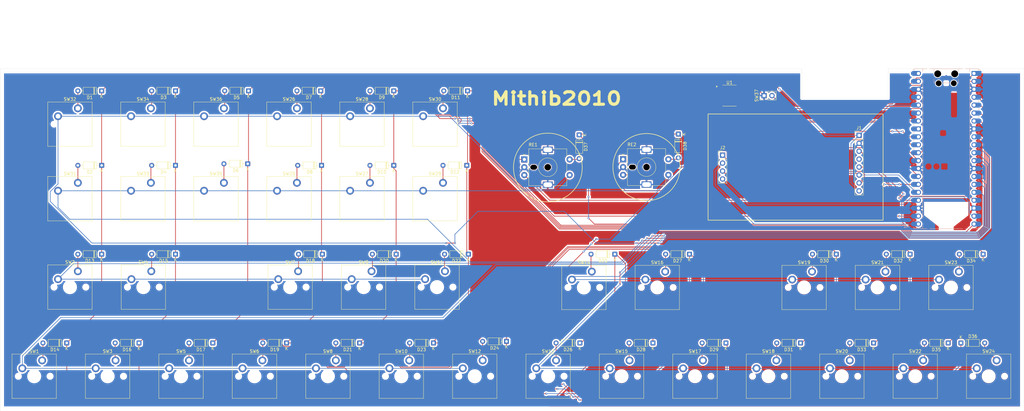
<source format=kicad_pcb>
(kicad_pcb (version 20241229) (generator "pcbnew") (generator_version "9.0")
  (layers (0 "F.Cu" signal) (2 "B.Cu" signal) (13 "F.Paste" user) (15 "B.Paste" user) (5 "F.SilkS" user "F.Silkscreen") (7 "B.SilkS" user "B.Silkscreen") (1 "F.Mask" user) (3 "B.Mask" user) (25 "Edge.Cuts" user))
  (net 0 "")
  (net 1 "CS_LCD")
  (net 2 "1B")
  (net 3 "ROW5")
  (net 4 "BCK")
  (net 5 "COL2")
  (net 6 "MISO")
  (net 7 "GND")
  (net 8 "1S1")
  (net 9 "SCK")
  (net 10 "2S1")
  (net 11 "1A")
  (net 12 "MOSI")
  (net 14 "2A")
  (net 15 "DIN")
  (net 16 "Net-(A1-RUN)")
  (net 17 "ROW4")
  (net 19 "A0")
  (net 20 "LRCK")
  (net 21 "ROW2")
  (net 22 "CS_SD")
  (net 23 "COL0")
  (net 24 "+3V3")
  (net 25 "2B")
  (net 26 "COL6")
  (net 30 "COL4")
  (net 31 "COL3")
  (net 33 "ROW3")
  (net 34 "COL1")
  (net 35 "COL5")
  (net 40 "Net-(D1-A)")
  (net 41 "Net-(D2-A)")
  (net 42 "Net-(D3-A)")
  (net 43 "Net-(D4-A)")
  (net 44 "Net-(D5-A)")
  (net 45 "Net-(D6-A)")
  (net 46 "Net-(D7-A)")
  (net 47 "Net-(D8-A)")
  (net 48 "Net-(D9-A)")
  (net 49 "Net-(D10-A)")
  (net 50 "Net-(D11-A)")
  (net 51 "Net-(D12-A)")
  (net 52 "Net-(D13-A)")
  (net 53 "Net-(D14-A)")
  (net 54 "Net-(D15-A)")
  (net 55 "Net-(D16-A)")
  (net 56 "Net-(D17-A)")
  (net 57 "Net-(D18-A)")
  (net 58 "Net-(D19-A)")
  (net 59 "Net-(D20-A)")
  (net 60 "Net-(D21-A)")
  (net 61 "Net-(D22-A)")
  (net 62 "Net-(D23-A)")
  (net 63 "Net-(D24-A)")
  (net 64 "Net-(D25-A)")
  (net 65 "Net-(D26-A)")
  (net 66 "Net-(D27-A)")
  (net 67 "Net-(D28-A)")
  (net 68 "Net-(D29-A)")
  (net 69 "Net-(D30-A)")
  (net 70 "Net-(D31-A)")
  (net 71 "Net-(D32-A)")
  (net 72 "Net-(D33-A)")
  (net 73 "Net-(D34-A)")
  (net 74 "Net-(D35-A)")
  (net 75 "Net-(D36-A)")
  (net 76 "1S2")
  (net 77 "2S2")
  (net 78 "RST")
  (footprint "ScottoKeebs_MX:MX_PCB_1.00u" (layer "F.Cu") (at 34.544 -138.176)
    (property "Reference" "SW34")
    (property "Value" "SW_Push_45deg")
  )
  (footprint "ScottoKeebs_MX:MX_PCB_1.00u" (layer "F.Cu") (at 128.016 -138.176)
    (property "Reference" "SW30")
    (property "Value" "SW_Push_45deg")
  )
  (footprint "Diode_THT:D_DO-35_SOD27_P7.62mm_Horizontal" (layer "F.Cu") (at 174.371 -68.072 180)
    (property "Reference" "D26")
    (property "Value" "1N4148")
  )
  (footprint "ScottoKeebs_MX:MX_PCB_1.00u" (layer "F.Cu") (at 117.221 -57.404)
    (property "Reference" "SW10")
    (property "Value" "SW_Push_45deg")
  )
  (footprint "ScottoKeebs_MX:MX_PCB_1.00u" (layer "F.Cu") (at 81.661 -85.964)
    (property "Reference" "SW7")
    (property "Value" "SW_Push_45deg")
  )
  (footprint "ScottoKeebs_MX:MX_PCB_1.00u" (layer "F.Cu") (at 128.651 -85.964)
    (property "Reference" "SW11")
    (property "Value" "SW_Push_45deg")
  )
  (footprint "Diode_THT:D_DO-35_SOD27_P7.62mm_Horizontal" (layer "F.Cu") (at 280.035 -96.52 180)
    (property "Reference" "D32")
    (property "Value" "1N4148")
  )
  (footprint "Connector_PinHeader_2.54mm:PinHeader_1x04_P2.54mm_Vertical" (layer "F.Cu") (at 220.024 -128.23)
    (property "Reference" "J2")
    (property "Value" "SD Card")
  )
  (footprint "Diode_THT:D_DO-35_SOD27_P7.62mm_Horizontal" (layer "F.Cu") (at 68.326 -148.844 180)
    (property "Reference" "D5")
    (property "Value" "1N4148")
  )
  (footprint "ScottoKeebs_MX:MX_PCB_1.00u" (layer "F.Cu") (at 34.671 -85.964)
    (property "Reference" "SW4")
    (property "Value" "SW_Push_45deg")
  )
  (footprint "Diode_THT:D_DO-35_SOD27_P7.62mm_Horizontal" (layer "F.Cu") (at 244.983 -68.072 180)
    (property "Reference" "D31")
    (property "Value" "1N4148")
  )
  (footprint "Diode_THT:D_DO-35_SOD27_P7.62mm_Horizontal" (layer "F.Cu") (at 44.958 -96.52 180)
    (property "Reference" "D15")
    (property "Value" "1N4148")
  )
  (footprint "ScottoKeebs_MX:MX_PCB_1.00u" (layer "F.Cu") (at 211.201 -57.404)
    (property "Reference" "SW17")
    (property "Value" "SW_Push_45deg")
  )
  (footprint "ScottoKeebs_MX:MX_PCB_1.00u" (layer "F.Cu") (at 293.111 -85.852)
    (property "Reference" "SW23")
    (property "Value" "SW_Push_45deg")
  )
  (footprint "ScottoKeebs_MX:MX_PCB_1.00u" (layer "F.Cu") (at 81.28 -114.3)
    (property "Reference" "SW25")
    (property "Value" "SW_Push_45deg")
  )
  (footprint "ScottoKeebs_MX:MX_PCB_1.00u" (layer "F.Cu") (at 93.726 -57.404)
    (property "Reference" "SW8")
    (property "Value" "SW_Push_45deg")
  )
  (footprint "Diode_THT:D_DO-35_SOD27_P7.62mm_Horizontal" (layer "F.Cu") (at 103.886 -68.072 180)
    (property "Reference" "D21")
    (property "Value" "1N4148")
  )
  (footprint "Diode_THT:D_DO-35_SOD27_P7.62mm_Horizontal" (layer "F.Cu") (at 33.274 -68.072 180)
    (property "Reference" "D16")
    (property "Value" "1N4148")
  )
  (footprint "ScottoKeebs_MX:MX_PCB_1.00u" (layer "F.Cu") (at 23.241 -57.404)
    (property "Reference" "SW3")
    (property "Value" "SW_Push_45deg")
  )
  (footprint "Diode_THT:D_DO-35_SOD27_P7.62mm_Horizontal" (layer "F.Cu") (at 303.403 -96.52 180)
    (property "Reference" "D34")
    (property "Value" "1N4148")
  )
  (footprint "Diode_THT:D_DO-35_SOD27_P7.62mm_Horizontal" (layer "F.Cu") (at 21.336 -148.844 180)
    (property "Reference" "D1")
    (property "Value" "1N4148")
  )
  (footprint "Diode_THT:D_DO-35_SOD27_P7.62mm_Horizontal" (layer "F.Cu") (at 209.423 -96.52 180)
    (property "Reference" "D27")
    (property "Value" "1N4148")
  )
  (footprint "ScottoKeebs_MX:MX_PCB_1.00u" (layer "F.Cu") (at 34.544 -114.3)
    (property "Reference" "SW33")
    (property "Value" "SW_Push_45deg")
  )
  (footprint "Diode_THT:D_DO-35_SOD27_P7.62mm_Horizontal" (layer "F.Cu") (at 138.43 -148.844 180)
    (property "Reference" "D11")
    (property "Value" "1N4148")
  )
  (footprint "ScottoKeebs_MX:MX_PCB_1.00u" (layer "F.Cu") (at 11.176 -85.964)
    (property "Reference" "SW2")
    (property "Value" "SW_Push_45deg")
  )
  (footprint "ScottoKeebs_MX:MX_PCB_1.00u" (layer "F.Cu") (at 81.28 -138.176)
    (property "Reference" "SW26")
    (property "Value" "SW_Push_45deg")
  )
  (footprint "Package_SO:TSSOP-20_4.4x6.5mm_P0.65mm" (layer "F.Cu") (at 222.25 -147.32)
    (property "Reference" "U1")
    (property "Value" "PCM5100")
  )
  (footprint "Diode_THT:D_DO-35_SOD27_P7.62mm_Horizontal" (layer "F.Cu") (at 91.694 -124.968 180)
    (property "Reference" "D8")
    (property "Value" "1N4148")
  )
  (footprint "Diode_THT:D_DO-35_SOD27_P7.62mm_Horizontal" (layer "F.Cu") (at 138.684 -96.52 180)
    (property "Reference" "D22")
    (property "Value" "1N4148")
  )
  (footprint "ScottoKeebs_MX:MX_PCB_1.00u" (layer "F.Cu") (at 164.211 -57.404)
    (property "Reference" "SW13")
    (property "Value" "SW_Push_45deg")
  )
  (footprint "Diode_THT:D_DO-35_SOD27_P7.62mm_Horizontal" (layer "F.Cu") (at 221.107 -68.072 180)
    (property "Reference" "D29")
    (property "Value" "1N4148")
  )
  (footprint "Diode_THT:D_DO-35_SOD27_P7.62mm_Horizontal" (layer "F.Cu") (at 268.351 -68.072 180)
    (property "Reference" "D33")
    (property "Value" "1N4148")
  )
  (footprint "Connector_PinHeader_2.54mm:PinHeader_1x02_P2.54mm_Vertical" (layer "F.Cu") (at 233.294 -147.32 90)
    (property "Reference" "SW37")
    (property "Value" "SW_SPST")
  )
  (footprint "Diode_THT:D_DO-35_SOD27_P7.62mm_Horizontal" (layer "F.Cu") (at 21.336 -124.968 180)
    (property "Reference" "D2")
    (property "Value" "1N4148")
  )
  (footprint "Diode_THT:D_DO-35_SOD27_P7.62mm_Horizontal" (layer "F.Cu") (at 91.44 -148.844 180)
    (property "Reference" "D7")
    (property "Value" "1N4148")
  )
  (footprint "ScottoKeebs_MX:MX_PCB_1.00u" (layer "F.Cu") (at 128.016 -114.3)
    (property "Reference" "SW29")
    (property "Value" "SW_Push_45deg")
  )
  (footprint "Connector_PinHeader_2.54mm:PinHeader_1x08_P2.54mm_Vertical" (layer "F.Cu") (at 263.712 -134.58)
    (property "Reference" "J1")
    (property "Value" "ST7735R")
  )
  (footprint "ScottoKeebs_MX:MX_PCB_1.00u" (layer "F.Cu") (at 305.181 -57.404)
    (property "Reference" "SW24")
    (property "Value" "SW_Push_45deg")
  )
  (footprint "ScottoKeebs_MX:MX_PCB_1.00u" (layer "F.Cu") (at 104.648 -138.176)
    (property "Reference" "SW28")
    (property "Value" "SW_Push_45deg")
  )
  (footprint "Diode_THT:D_DO-35_SOD27_P7.62mm_Horizontal" (layer "F.Cu") (at 296.291 -68.072)
    (property "Reference" "D36")
    (property "Value" "1N4148")
  )
  (footprint "Diode_THT:D_DO-35_SOD27_P7.62mm_Horizontal" (layer "F.Cu") (at 44.958 -148.844 180)
    (property "Reference" "D3")
    (property "Value" "1N4148")
  )
  (footprint "ScottoKeebs_MX:MX_PCB_1.00u" (layer "F.Cu") (at 11.176 -138.176)
    (property "Reference" "SW32")
    (property "Value" "SW_Push_45deg")
  )
  (footprint "Diode_THT:D_DO-35_SOD27_P7.62mm_Horizontal" (layer "F.Cu") (at 138.176 -124.968 180)
    (property "Reference" "D12")
    (property "Value" "1N4148")
  )
  (footprint "Diode_THT:D_DO-35_SOD27_P7.62mm_Horizontal" (layer "F.Cu") (at 174.132 -134.742 -90)
    (property "Reference" "D37")
    (property "Value" "1N4148")
  )
  (footprint "ScottoKeebs_MX:MX_PCB_1.00u" (layer "F.Cu") (at 258.191 -57.404)
    (property "Reference" "SW20")
    (property "Value" "SW_Push_45deg")
  )
  (footprint "Diode_THT:D_DO-35_SOD27_P7.62mm_Horizontal" (layer "F.Cu") (at 150.876 -68.58 180)
    (property "Reference" "D24")
    (property "Value" "1N4148")
  )
  (footprint "ScottoKeebs_MX:MX_PCB_1.00u" (layer "F.Cu") (at 105.156 -85.964)
    (property "Reference" "SW9")
    (property "Value" "SW_Push_45deg")
  )
  (footprint "Diode_THT:D_DO-35_SOD27_P7.62mm_Horizontal" (layer "F.Cu") (at 127.508 -68.072 180)
    (property "Reference" "D23")
    (property "Value" "1N4148")
  )
  (footprint "Diode_THT:D_DO-35_SOD27_P7.62mm_Horizontal" (layer "F.Cu") (at 256.413 -96.52 180)
    (property "Reference" "D30")
    (property "Value" "1N4148")
  )
  (footprint "ScottoKeebs_MX:MX_PCB_1.00u" (layer "F.Cu") (at 70.231 -57.404)
    (property "Reference" "SW6")
    (property "Value" "SW_Push_45deg")
  )
  (footprint "ScottoKeebs_MX:MX_PCB_1.00u" (layer "F.Cu") (at 281.686 -57.404)
    (property "Reference" "SW22")
    (property "Value" "SW_Push_45deg")
  )
  (footprint "Diode_THT:D_DO-35_SOD27_P7.62mm_Horizontal" (layer "F.Cu") (at 10.16 -68.072 180)
    (property "Reference" "D14")
    (property "Value" "1N4148")
  )
  (footprint "Diode_THT:D_DO-35_SOD27_P7.62mm_Horizontal" (layer "F.Cu") (at 205.86 -134.996 -90)
    (property "Reference" "D38")
    (property "Value" "1N4148")
  )
  (footprint "ScottoKeebs_MX:MX_PCB_1.00u" (layer "F.Cu") (at 11.176 -114.3)
    (property "Reference" "SW31")
    (property "Value" "SW_Push_45deg")
  )
  (footprint "ScottoKeebs_MX:MX_PCB_1.00u" (layer "F.Cu") (at 57.912 -138.176)
    (property "Reference" "SW36")
    (property "Value" "SW_Push_45deg")
  )
  (footprint "Diode_THT:D_DO-35_SOD27_P7.62mm_Horizontal" (layer "F.Cu") (at 21.336 -96.52 180)
    (property "Reference" "D13")
    (property "Value" "1N4148")
  )
  (footprint "ScottoKeebs_MX:MX_PCB_1.00u" (layer "F.Cu") (at 46.736 -57.404)
    (property "Reference" "SW5")
    (property "Value" "SW_Push_45deg")
  )
  (footprint "Diode_THT:D_DO-35_SOD27_P7.62mm_Horizontal" (layer "F.Cu") (at 292.227 -68.072 180)
    (property "Reference" "D35")
    (property "Value" "1N4148")
  )
  (footprint "ScottoKeebs_MX:MX_PCB_1.00u" (layer "F.Cu") (at 234.696 -57.404)
    (property "Reference" "SW18")
    (property "Value" "SW_Push_45deg")
  )
  (footprint "Diode_THT:D_DO-35_SOD27_P7.62mm_Horizontal" (layer "F.Cu") (at 44.958 -124.968 180)
    (property "Reference" "D4")
    (property "Value" "1N4148")
  )
  (footprint "Diode_THT:D_DO-35_SOD27_P7.62mm_Horizontal" (layer "F.Cu") (at 185.547 -96.52 180)
    (property "Reference" "D25")
    (property "Value" "1N4148")
  )
  (footprint "Diode_THT:D_DO-35_SOD27_P7.62mm_Horizontal" (layer "F.Cu") (at 91.948 -96.52 180)
    (property "Reference" "D18")
    (property "Value" "1N4148")
  )
  (footprint "ScottoKeebs_MX:MX_PCB_1.00u" (layer "F.Cu") (at 104.648 -114.3)
    (property "Reference" "SW27")
    (property "Value" "SW_Push_45deg")
  )
  (footprint "Rotary_Encoder:RotaryEncoder_Alps_EC11E-Switch_Vertical_H20mm_MountingHoles" (layer "F.Cu") (at 156.584 -126.868)
    (property "Reference" "RE1")
    (property "Value" "RotaryEncoder_Switch_MP")
  )
  (footprint "Diode_THT:D_DO-35_SOD27_P7.62mm_Horizontal" (layer "F.Cu") (at 56.896 -68.072 180)
    (property "Reference" "D17")
    (property "Value" "1N4148")
  )
  (footprint "Diode_THT:D_DO-35_SOD27_P7.62mm_Horizontal" (layer "F.Cu") (at 115.57 -96.52 180)
    (property "Reference" "D20")
    (property "Value" "1N4148")
  )
  (footprint "ScottoKeebs_MX:MX_PCB_1.00u" (layer "F.Cu") (at 187.706 -57.404)
    (property "Reference" "SW15")
    (property "Value" "SW_Push_45deg")
  )
  (footprint "ScottoKeebs_MX:MX_PCB_1.00u" (layer "F.Cu") (at 140.716 -57.404)
    (property "Reference" "SW12")
    (property "Value" "SW_Push_45deg")
  )
  (footprint "ScottoKeebs_MX:MX_PCB_1.00u" (layer "F.Cu") (at 175.636 -85.852)
    (property "Reference" "SW14")
    (property "Value" "SW_Push_45deg")
  )
  (footprint "Diode_THT:D_DO-35_SOD27_P7.62mm_Horizontal" (layer "F.Cu") (at 197.739 -68.072 180)
    (property "Reference" "D28")
    (property "Value" "1N4148")
  )
  (footprint "ScottoKeebs_MX:MX_PCB_1.00u" (layer "F.Cu") (at 57.912 -114.3)
    (property "Reference" "SW35")
    (property "Value" "SW_Push_45deg")
  )
  (footprint "ScottoKeebs_MX:MX_PCB_1.00u" (layer "F.Cu") (at -0.254 -57.404)
    (property "Reference" "SW1")
    (property "Value" "SW_Push_45deg")
  )
  (footprint "Rotary_Encoder:RotaryEncoder_Alps_EC11E-Switch_Vertical_H20mm_MountingHoles" (layer "F.Cu") (at 188.192 -126.92)
    (property "Reference" "RE2")
    (property "Value" "RotaryEncoder_Switch_MP")
  )
  (footprint "Diode_THT:D_DO-35_SOD27_P7.62mm_Horizontal" (layer "F.Cu") (at 80.518 -68.072 180)
    (property "Reference" "D19")
    (property "Value" "1N4148")
  )
  (footprint "ScottoKeebs_MX:MX_PCB_1.00u" (layer "F.Cu") (at 199.131 -85.852)
    (property "Reference" "SW16")
    (property "Value" "SW_Push_45deg")
  )
  (footprint "Diode_THT:D_DO-35_SOD27_P7.62mm_Horizontal" (layer "F.Cu") (at 114.808 -124.968 180)
    (property "Reference" "D10")
    (property "Value" "1N4148")
  )
  (footprint "Diode_THT:D_DO-35_SOD27_P7.62mm_Horizontal" (layer "F.Cu") (at 114.808 -148.844 180)
    (property "Reference" "D9")
    (property "Value" "1N4148")
  )
  (footprint "ScottoKeebs_MX:MX_PCB_1.00u" (layer "F.Cu") (at 246.121 -85.852)
    (property "Reference" "SW19")
    (property "Value" "SW_Push_45deg")
  )
  (footprint "Diode_THT:D_DO-35_SOD27_P7.62mm_Horizontal" (layer "F.Cu") (at 68.072 -125.476 180)
    (property "Reference" "D6")
    (property "Value" "1N4148")
  )
  (footprint "ScottoKeebs_MX:MX_PCB_1.00u" (layer "F.Cu") (at 269.616 -85.852)
    (property "Reference" "SW21")
    (property "Value" "SW_Push_45deg")
  )
  (footprint "Module:RaspberryPi_Pico_Common_Unspecified" (layer "B.Cu") (at 291.592 -130.302 180)
    (property "Reference" "A1")
    (property "Value" "Orpheus_Pico")
  )
  (gr_rect (start 215.392 -141.42) (end 271.392 -107.42) (stroke (width 0.2)) (fill no) (layer "F.SilkS"))
  (gr_circle (center 164.12188 -124.284) (end 175.12188 -124.284) (stroke (width 0.2)) (fill no) (layer "F.SilkS"))
  (gr_circle (center 195.692 -124.42) (end 206.43388 -124.792) (stroke (width 0.2)) (fill no) (layer "F.SilkS"))
  (gr_poly (pts (xy 316.484 -155.956) (xy 273.05 -155.956) (xy 273.05 -146.431) (xy 245.364 -146.431) (xy 245.364 -155.956) (xy -11.176 -155.956) (xy -11.176 -46.228) (xy 316.484 -46.228)) (stroke (width 0.05)) (fill no) (layer "Edge.Cuts"))
  (gr_text "Mithib2010" (at 145.542 -144.018 0) (layer "F.SilkS") (effects (font (size 4 5) (thickness 1) (bold yes)) (justify left bottom)))
  (segment (start 263.712 -129.5) (end 264.2 -129.5) (width 0.2) (layer "F.Cu") (net 1))
  (segment (start 277.368 -106.934) (end 280.67 -103.632) (width 0.2) (layer "F.Cu") (net 1))
  (segment (start 276.533185 -114.481185) (end 277.368 -113.64637) (width 0.2) (layer "F.Cu") (net 1))
  (segment (start 264.2 -129.5) (end 277.876 -115.824) (width 0.2) (layer "F.Cu") (net 1))
  (segment (start 280.67 -103.632) (end 297.942 -103.632) (width 0.2) (layer "F.Cu") (net 1))
  (segment (start 297.942 -103.632) (end 300.482 -106.172) (width 0.2) (layer "F.Cu") (net 1))
  (segment (start 277.368 -113.64637) (end 277.368 -106.934) (width 0.2) (layer "F.Cu") (net 1))
  (via (at 277.876 -115.824) (size 0.6) (drill 0.3) (layers "F.Cu" "B.Cu") (net 1))
  (via (at 276.533185 -114.481185) (size 0.6) (drill 0.3) (layers "F.Cu" "B.Cu") (net 1))
  (segment (start 276.533185 -114.481185) (end 277.876 -115.824) (width 0.2) (layer "B.Cu") (net 1))
  (segment (start 282.702 -118.872) (end 276.606 -118.872) (width 0.2) (layer "F.Cu") (net 2))
  (segment (start 156.584 -121.868) (end 164.66 -113.792) (width 0.2) (layer "F.Cu") (net 2))
  (segment (start 266.7 -113.792) (end 271.78 -118.872) (width 0.2) (layer "F.Cu") (net 2))
  (segment (start 164.66 -113.792) (end 266.7 -113.792) (width 0.2) (layer "F.Cu") (net 2))
  (via (at 271.78 -118.872) (size 0.6) (drill 0.3) (layers "F.Cu" "B.Cu") (net 2))
  (via (at 276.606 -118.872) (size 0.6) (drill 0.3) (layers "F.Cu" "B.Cu") (net 2))
  (segment (start 276.606 -118.872) (end 271.78 -118.872) (width 0.2) (layer "B.Cu") (net 2))
  (segment (start 187.198 -90.678) (end 187.198 -86.868) (width 0.2) (layer "F.Cu") (net 3))
  (via (at 187.198 -86.868) (size 0.6) (drill 0.3) (layers "F.Cu" "B.Cu") (net 3))
  (via (at 187.198 -90.678) (size 0.6) (drill 0.3) (layers "F.Cu" "B.Cu") (net 3))
  (segment (start 187.198 -86.868) (end 160.274 -59.944) (width 0.2) (layer "B.Cu") (net 3))
  (segment (start 301.752 -59.944) (end 183.896 -59.944) (width 0.2) (layer "B.Cu") (net 3))
  (segment (start 302.514 -116.332) (end 301.282 -116.332) (width 0.2) (layer "B.Cu") (net 3))
  (segment (start 183.896 -59.944) (end 160.401 -59.944) (width 0.2) (layer "B.Cu") (net 3))
  (segment (start 187.198 -90.678) (end 200.152 -103.632) (width 0.2) (layer "B.Cu") (net 3))
  (segment (start 184.277 -59.944) (end 184.785 -60.452) (width 0.2) (layer "B.Cu") (net 3))
  (segment (start 303.53 -115.316) (end 302.514 -116.332) (width 0.2) (layer "B.Cu") (net 3))
  (segment (start 303.53 -105.156) (end 303.53 -115.316) (width 0.2) (layer "B.Cu") (net 3))
  (segment (start 200.152 -103.632) (end 302.006 -103.632) (width 0.2) (layer "B.Cu") (net 3))
  (segment (start 302.006 -103.632) (end 303.53 -105.156) (width 0.2) (layer "B.Cu") (net 3))
  (segment (start 280.416 -131.572) (end 273.197 -138.791) (width 0.2) (layer "F.Cu") (net 4))
  (segment (start 238.018 -138.791) (end 231.114 -145.695) (width 0.2) (layer "F.Cu") (net 4))
  (segment (start 273.197 -138.791) (end 238.018 -138.791) (width 0.2) (layer "F.Cu") (net 4))
  (segment (start 282.702 -131.572) (end 280.416 -131.572) (width 0.2) (layer "F.Cu") (net 4))
  (segment (start 231.114 -145.695) (end 225.1125 -145.695) (width 0.2) (layer "F.Cu") (net 4))
  (segment (start 99.171375 -59.996275) (end 105.82765 -53.34) (width 0.2) (layer "F.Cu") (net 5))
  (segment (start 279.8395 -101.627) (end 301.9563 -101.627) (width 0.2) (layer "F.Cu") (net 5))
  (segment (start 119.38 -151.277) (end 70.759 -151.277) (width 0.2) (layer "F.Cu") (net 5))
  (segment (start 129.54 -141.117) (end 119.38 -151.277) (width 0.2) (layer "F.Cu") (net 5))
  (segment (start 143.069 -135.7048) (end 143.069 -129.2957) (width 0.2) (layer "F.Cu") (net 5))
  (segment (start 77.53084 -69.173) (end 79.73284 -66.971) (width 0.2) (layer "F.Cu") (net 5))
  (segment (start 301.752 -146.812) (end 300.482 -146.812) (width 0.2) (layer "F.Cu") (net 5))
  (segment (start 57.997 -69.173) (end 77.53084 -69.173) (width 0.2) (layer "F.Cu") (net 5))
  (segment (start 305.388 -105.0587) (end 305.388 -143.176) (width 0.2) (layer "F.Cu") (net 5))
  (segment (start 79.73284 -66.971) (end 86.8939 -66.971) (width 0.2) (layer "F.Cu") (net 5))
  (segment (start 136.398 -139.158064) (end 136.398 -139.7) (width 0.2) (layer "F.Cu") (net 5))
  (segment (start 56.896 -68.072) (end 57.997 -69.173) (width 0.2) (layer "F.Cu") (net 5))
  (segment (start 215.9 -50.8) (end 221.488 -56.388) (width 0.2) (layer "F.Cu") (net 5))
  (segment (start 68.072 -125.476) (end 68.072 -79.248) (width 0.2) (layer "F.Cu") (net 5))
  (segment (start 221.488 -56.388) (end 221.488 -68.072) (width 0.2) (layer "F.Cu") (net 5))
  (segment (start 140.3438 -138.43) (end 143.069 -135.7048) (width 0.2) (layer "F.Cu") (net 5))
  (segment (start 301.9563 -101.627) (end 305.388 -105.0587) (width 0.2) (layer "F.Cu") (net 5))
  (segment (start 172.212 -50.8) (end 215.9 -50.8) (width 0.2) (layer "F.Cu") (net 5))
  (segment (start 70.759 -151.277) (end 68.326 -148.844) (width 0.2) (layer "F.Cu") (net 5))
  (segment (start 68.072 -79.248) (end 56.896 -68.072) (width 0.2) (layer "F.Cu") (net 5))
  (segment (start 136.398 -139.7) (end 134.981 -141.117) (width 0.2) (layer "F.Cu") (net 5))
  (segment (start 139.7 -138.43) (end 140.3438 -138.43) (width 0.2) (layer "F.Cu") (net 5))
  (segment (start 93.868625 -59.996275) (end 99.171375 -59.996275) (width 0.2) (layer "F.Cu") (net 5))
  (segment (start 143.069 -129.2957) (end 167.7967 -104.568) (width 0.2) (layer "F.Cu") (net 5))
  (segment (start 134.981 -141.117) (end 129.54 -141.117) (width 0.2) (layer "F.Cu") (net 5))
  (segment (start 167.7967 -104.568) (end 276.8985 -104.568) (width 0.2) (layer "F.Cu") (net 5))
  (segment (start 135.696233 -138.456297) (end 136.398 -139.158064) (width 0.2) (layer "F.Cu") (net 5))
  (segment (start 105.82765 -53.34) (end 167.132 -53.34) (width 0.2) (layer "F.Cu") (net 5))
  (segment (start 68.326 -148.844) (end 68.326 -125.73) (width 0.2) (layer "F.Cu") (net 5))
  (segment (start 68.326 -125.73) (end 68.072 -125.476) (width 0.2) (layer "F.Cu") (net 5))
  (segment (start 305.388 -143.176) (end 301.752 -146.812) (width 0.2) (layer "F.Cu") (net 5))
  (segment (start 276.8985 -104.568) (end 279.8395 -101.627) (width 0.2) (layer "F.Cu") (net 5))
  (segment (start 86.8939 -66.971) (end 93.868625 -59.996275) (width 0.2) (layer "F.Cu") (net 5))
  (via (at 135.696233 -138.456297) (size 0.6) (drill 0.3) (layers "F.Cu" "B.Cu") (net 5))
  (via (at 167.132 -53.34) (size 0.6) (drill 0.3) (layers "F.Cu" "B.Cu") (net 5))
  (via (at 139.7 -138.43) (size 0.6) (drill 0.3) (layers "F.Cu" "B.Cu") (net 5))
  (via (at 172.212 -50.8) (size 0.6) (drill 0.3) (layers "F.Cu" "B.Cu") (net 5))
  (segment (start 167.132 -53.34) (end 169.672 -53.34) (width 0.2) (layer "B.Cu") (net 5))
  (segment (start 139.673703 -138.456297) (end 139.7 -138.43) (width 0.2) (layer "B.Cu") (net 5))
  (segment (start 169.672 -53.34) (end 172.212 -50.8) (width 0.2) (layer "B.Cu") (net 5))
  (segment (start 135.696233 -138.456297) (end 139.673703 -138.456297) (width 0.2) (layer "B.Cu") (net 5))
  (segment (start 220.024 -125.69) (end 217.678 -123.344) (width 0.2) (layer "B.Cu") (net 6))
  (segment (start 217.678 -123.344) (end 217.678 -118.618) (width 0.2) (layer "B.Cu") (net 6))
  (segment (start 217.678 -118.618) (end 230.124 -106.172) (width 0.2) (layer "B.Cu") (net 6))
  (segment (start 230.124 -106.172) (end 281.902 -106.172) (width 0.2) (layer "B.Cu") (net 6))
  (segment (start 233.294 -147.32) (end 231.019 -149.595) (width 0.2) (layer "F.Cu") (net 7))
  (segment (start 220.426 -145.12813) (end 220.34287 -145.045) (width 0.2) (layer "F.Cu") (net 7))
  (segment (start 220.426 -148.643999) (end 220.426 -145.12813) (width 0.2) (layer "F.Cu") (net 7))
  (segment (start 220.124999 -148.945) (end 220.426 -148.643999) (width 0.2) (layer "F.Cu") (net 7))
  (segment (start 220.69487 -149.595) (end 220.04487 -148.945) (width 0.2) (layer "F.Cu") (net 7))
  (segment (start 220.04487 -148.945) (end 219.3875 -148.945) (width 0.2) (layer "F.Cu") (net 7))
  (segment (start 219.3875 -148.945) (end 220.124999 -148.945) (width 0.2) (layer "F.Cu") (net 7))
  (segment (start 225.1125 -149.595) (end 220.69487 -149.595) (width 0.2) (layer "F.Cu") (net 7))
  (segment (start 231.019 -149.595) (end 225.1125 -149.595) (width 0.2) (layer "F.Cu") (net 7))
  (segment (start 220.34287 -145.045) (end 219.3875 -145.045) (width 0.2) (layer "F.Cu") (net 7))
  (via (at 155.194 -123.19) (size 0.6) (drill 0.3) (layers "F.Cu" "B.Cu") (net 7))
  (segment (start 195.974 -130.302) (end 195.692 -130.02) (width 0.2) (layer "B.Cu") (net 7))
  (segment (start 131.572 -100.076) (end 134.366 -100.076) (width 0.2) (layer "F.Cu") (net 8))
  (segment (start 192.532 -100.076) (end 199.39 -100.076) (width 0.2) (layer "F.Cu") (net 8))
  (via (at 199.39 -100.076) (size 0.6) (drill 0.3) (layers "F.Cu" "B.Cu") (net 8))
  (via (at 192.532 -100.076) (size 0.6) (drill 0.3) (layers "F.Cu" "B.Cu") (net 8))
  (via (at 131.572 -100.076) (size 0.6) (drill 0.3) (layers "F.Cu" "B.Cu") (net 8))
  (via (at 134.366 -100.076) (size 0.6) (drill 0.3) (layers "F.Cu" "B.Cu") (net 8))
  (segment (start 302.8365 -101.627) (end 202.417143 -101.627) (width 0.2) (layer "B.Cu") (net 8))
  (segment (start 200.866143 -100.076) (end 199.39 -100.076) (width 0.2) (layer "B.Cu") (net 8))
  (segment (start 134.366 -102.87) (end 141.732 -110.236) (width 0.2) (layer "B.Cu") (net 8))
  (segment (start 305.535 -104.3255) (end 302.8365 -101.627) (width 0.2) (layer "B.Cu") (net 8))
  (segment (start 179.578 -100.076) (end 192.532 -100.076) (width 0.2) (layer "B.Cu") (net 8))
  (segment (start 54.102 -140.716) (end 77.47 -140.716) (width 0.2) (layer "B.Cu") (net 8))
  (segment (start 171.084 -121.868) (end 166.564 -117.348) (width 0.2) (layer "B.Cu") (net 8))
  (segment (start 4.87 -116.537446) (end 4.87 -113.4349) (width 0.2) (layer "B.Cu") (net 8))
  (segment (start 202.417143 -101.627) (end 200.866143 -100.076) (width 0.2) (layer "B.Cu") (net 8))
  (segment (start 100.838 -140.716) (end 124.206 -140.716) (width 0.2) (layer "B.Cu") (net 8))
  (segment (start 30.734 -140.716) (end 54.102 -140.716) (width 0.2) (layer "B.Cu") (net 8))
  (segment (start 169.418 -110.236) (end 179.578 -100.076) (width 0.2) (layer "B.Cu") (net 8))
  (segment (start 132.588 -140.716) (end 124.206 -140.716) (width 0.2) (layer "B.Cu") (net 8))
  (segment (start 77.47 -140.716) (end 100.838 -140.716) (width 0.2) (layer "B.Cu") (net 8))
  (segment (start 166.564 -117.348) (end 155.956 -117.348) (width 0.2) (layer "B.Cu") (net 8))
  (segment (start 7.366 -140.716) (end 7.366 -119.033446) (width 0.2) (layer "B.Cu") (net 8))
  (segment (start 7.366 -119.033446) (end 4.87 -116.537446) (width 0.2) (layer "B.Cu") (net 8))
  (segment (start 134.366 -100.076) (end 134.366 -102.87) (width 0.2) (layer "B.Cu") (net 8))
  (segment (start 155.956 -117.348) (end 132.588 -140.716) (width 0.2) (layer "B.Cu") (net 8))
  (segment (start 141.732 -110.236) (end 169.418 -110.236) (width 0.2) (layer "B.Cu") (net 8))
  (segment (start 4.87 -113.4349) (end 18.2289 -100.076) (width 0.2) (layer "B.Cu") (net 8))
  (segment (start 7.366 -140.716) (end 30.734 -140.716) (width 0.2) (layer "B.Cu") (net 8))
  (segment (start 305.535 -127.319) (end 305.535 -104.3255) (width 0.2) (layer "B.Cu") (net 8))
  (segment (start 18.2289 -100.076) (end 131.572 -100.076) (width 0.2) (layer "B.Cu") (net 8))
  (segment (start 301.282 -131.572) (end 305.535 -127.319) (width 0.2) (layer "B.Cu") (net 8))
  (segment (start 225.223 -123.031) (end 264.573 -123.031) (width 0.2) (layer "F.Cu") (net 9))
  (segment (start 220.024 -128.23) (end 225.223 -123.031) (width 0.2) (layer "F.Cu") (net 9))
  (segment (start 263.712 -119.34) (end 264.562 -120.19) (width 0.2) (layer "F.Cu") (net 9))
  (segment (start 264.573 -123.031) (end 265.43 -122.174) (width 0.2) (layer "F.Cu") (net 9))
  (segment (start 264.374 -119.34) (end 263.712 -119.34) (width 0.2) (layer "F.Cu") (net 9))
  (segment (start 265.43 -122.174) (end 265.43 -120.396) (width 0.2) (layer "F.Cu") (net 9))
  (segment (start 271.6729 -120.19) (end 278.0709 -113.792) (width 0.2) (layer "F.Cu") (net 9))
  (segment (start 278.0709 -113.792) (end 282.702 -113.792) (width 0.2) (layer "F.Cu") (net 9))
  (segment (start 264.562 -120.19) (end 271.6729 -120.19) (width 0.2) (layer "F.Cu") (net 9))
  (segment (start 265.43 -120.396) (end 264.374 -119.34) (width 0.2) (layer "F.Cu") (net 9))
  (segment (start 194.266735 -100.881265) (end 194.31 -100.838) (width 0.2) (layer "F.Cu") (net 10))
  (segment (start 194.31 -100.838) (end 200.152 -100.838) (width 0.2) (layer "F.Cu") (net 10))
  (via (at 200.152 -100.838) (size 0.6) (drill 0.3) (layers "F.Cu" "B.Cu") (net 10))
  (via (at 194.266735 -100.881265) (size 0.6) (drill 0.3) (layers "F.Cu" "B.Cu") (net 10))
  (segment (start 30.734 -116.84) (end 54.102 -116.84) (width 0.2) (layer "B.Cu") (net 10))
  (segment (start 305.134 -125.51137) (end 305.134 -104.4916) (width 0.2) (layer "B.Cu") (net 10))
  (segment (start 125.62184 -107.696) (end 11.176 -107.696) (width 0.2) (layer "B.Cu") (net 10))
  (segment (start 201.061043 -100.838) (end 200.152 -100.838) (width 0.2) (layer "B.Cu") (net 10))
  (segment (start 194.266735 -100.881265) (end 194.266735 -100.794735) (width 0.2) (layer "B.Cu") (net 10))
  (segment (start 7.366 -111.506) (end 7.366 -116.84) (width 0.2) (layer "B.Cu") (net 10))
  (segment (start 194.266735 -100.794735) (end 187.492 -94.02) (width 0.2) (layer "B.Cu") (net 10))
  (segment (start 54.102 -116.84) (end 77.47 -116.84) (width 0.2) (layer "B.Cu") (net 10))
  (segment (start 202.692 -120.65) (end 202.692 -121.92) (width 0.2) (layer "B.Cu") (net 10))
  (segment (start 198.882 -116.84) (end 202.692 -120.65) (width 0.2) (layer "B.Cu") (net 10))
  (segment (start 7.366 -116.84) (end 30.734 -116.84) (width 0.2) (layer "B.Cu") (net 10))
  (segment (start 302.6704 -102.028) (end 202.251043 -102.028) (width 0.2) (layer "B.Cu") (net 10))
  (segment (start 77.47 -116.84) (end 100.838 -116.84) (width 0.2) (layer "B.Cu") (net 10))
  (segment (start 202.251043 -102.028) (end 201.061043 -100.838) (width 0.2) (layer "B.Cu") (net 10))
  (segment (start 305.134 -104.4916) (end 302.6704 -102.028) (width 0.2) (layer "B.Cu") (net 10))
  (segment (start 187.492 -94.02) (end 139.29784 -94.02) (width 0.2) (layer "B.Cu") (net 10))
  (segment (start 11.176 -107.696) (end 7.366 -111.506) (width 0.2) (layer "B.Cu") (net 10))
  (segment (start 124.206 -116.84) (end 198.882 -116.84) (width 0.2) (layer "B.Cu") (net 10))
  (segment (start 301.61337 -129.032) (end 305.134 -125.51137) (width 0.2) (layer "B.Cu") (net 10))
  (segment (start 100.838 -116.84) (end 124.206 -116.84) (width 0.2) (layer "B.Cu") (net 10))
  (segment (start 139.29784 -94.02) (end 125.62184 -107.696) (width 0.2) (layer "B.Cu") (net 10))
  (segment (start 153.162 -121.666) (end 153.162 -125.476) (width 0.2) (layer "F.Cu") (net 11))
  (segment (start 154.554 -126.868) (end 156.584 -126.868) (width 0.2) (layer "F.Cu") (net 11))
  (segment (start 153.162 -125.476) (end 154.554 -126.868) (width 0.2) (layer "F.Cu") (net 11))
  (segment (start 276.606 -108.712) (end 166.116 -108.712) (width 0.2) (layer "F.Cu") (net 11))
  (segment (start 166.116 -108.712) (end 153.162 -121.666) (width 0.2) (layer "F.Cu") (net 11))
  (via (at 276.606 -108.712) (size 0.6) (drill 0.3) (layers "F.Cu" "B.Cu") (net 11))
  (segment (start 282.702 -108.712) (end 276.606 -108.712) (width 0.2) (layer "B.Cu") (net 11))
  (segment (start 263.712 -121.88) (end 263.164 -122.428) (width 0.2) (layer "F.Cu") (net 12))
  (segment (start 263.164 -122.428) (end 220.746 -122.428) (width 0.2) (layer "F.Cu") (net 12))
  (segment (start 220.746 -122.428) (end 220.024 -123.15) (width 0.2) (layer "F.Cu") (net 12))
  (segment (start 263.712 -121.88) (end 276.354 -121.88) (width 0.2) (layer "B.Cu") (net 12))
  (segment (start 276.354 -121.88) (end 281.902 -116.332) (width 0.2) (layer "B.Cu") (net 12))
  (segment (start 282.702 -121.412) (end 273.463 -130.651) (width 0.2) (layer "F.Cu") (net 14))
  (segment (start 185.674 -120.142) (end 185.674 -124.402) (width 0.2) (layer "F.Cu") (net 14))
  (segment (start 214.217 -130.651) (end 200.406 -116.84) (width 0.2) (layer "F.Cu") (net 14))
  (segment (start 187.96 -127.152) (end 188.192 -126.92) (width 0.2) (layer "F.Cu") (net 14))
  (segment (start 188.976 -116.84) (end 185.674 -120.142) (width 0.2) (layer "F.Cu") (net 14))
  (segment (start 185.674 -124.402) (end 188.192 -126.92) (width 0.2) (layer "F.Cu") (net 14))
  (segment (start 200.406 -116.84) (end 188.976 -116.84) (width 0.2) (layer "F.Cu") (net 14))
  (segment (start 273.463 -130.651) (end 214.217 -130.651) (width 0.2) (layer "F.Cu") (net 14))
  (segment (start 238.1841 -139.192) (end 231.2801 -146.096) (width 0.2) (layer "F.Cu") (net 15))
  (segment (start 227.289 -146.345) (end 225.1125 -146.345) (width 0.2) (layer "F.Cu") (net 15))
  (segment (start 227.538 -146.096) (end 227.289 -146.345) (width 0.2) (layer "F.Cu") (net 15))
  (segment (start 231.2801 -146.096) (end 227.538 -146.096) (width 0.2) (layer "F.Cu") (net 15))
  (segment (start 282.702 -139.192) (end 238.1841 -139.192) (width 0.2) (layer "F.Cu") (net 15))
  (segment (start 286.004 -141.224) (end 284.057 -143.171) (width 0.2) (layer "F.Cu") (net 16))
  (segment (start 282.702 -129.032) (end 283.464 -129.032) (width 0.2) (layer "F.Cu") (net 16))
  (segment (start 283.464 -129.032) (end 286.004 -131.572) (width 0.2) (layer "F.Cu") (net 16))
  (segment (start 286.004 -131.572) (end 286.004 -141.224) (width 0.2) (layer "F.Cu") (net 16))
  (segment (start 239.983 -143.171) (end 235.834 -147.32) (width 0.2) (layer "F.Cu") (net 16))
  (segment (start 284.057 -143.171) (end 239.983 -143.171) (width 0.2) (layer "F.Cu") (net 16))
  (segment (start 303.931 -104.9899) (end 302.1721 -103.231) (width 0.2) (layer "B.Cu") (net 17))
  (segment (start 301.282 -118.872) (end 302.768 -118.872) (width 0.2) (layer "B.Cu") (net 17))
  (segment (start 303.931 -117.709) (end 303.931 -104.9899) (width 0.2) (layer "B.Cu") (net 17))
  (segment (start 200.767 -103.231) (end 186.917 -89.381) (width 0.2) (layer "B.Cu") (net 17))
  (segment (start 302.1721 -103.231) (end 200.767 -103.231) (width 0.2) (layer "B.Cu") (net 17))
  (segment (start 195.321 -88.392) (end 171.826 -88.392) (width 0.2) (layer "B.Cu") (net 17))
  (segment (start 302.768 -118.872) (end 303.931 -117.709) (width 0.2) (layer "B.Cu") (net 17))
  (segment (start 172.815 -89.381) (end 171.826 -88.392) (width 0.2) (layer "B.Cu") (net 17))
  (segment (start 265.806 -88.392) (end 242.311 -88.392) (width 0.2) (layer "B.Cu") (net 17))
  (segment (start 289.179 -88.519) (end 289.052 -88.392) (width 0.2) (layer "B.Cu") (net 17))
  (segment (start 186.917 -89.381) (end 172.815 -89.381) (width 0.2) (layer "B.Cu") (net 17))
  (segment (start 242.311 -88.392) (end 195.321 -88.392) (width 0.2) (layer "B.Cu") (net 17))
  (segment (start 289.052 -88.392) (end 265.806 -88.392) (width 0.2) (layer "B.Cu") (net 17))
  (segment (start 289.301 -88.392) (end 289.301 -88.397) (width 0.2) (layer "B.Cu") (net 17))
  (segment (start 289.301 -88.397) (end 289.179 -88.519) (width 0.2) (layer "B.Cu") (net 17))
  (segment (start 268.01 -124.42) (end 277.368 -115.062) (width 0.2) (layer "F.Cu") (net 19))
  (segment (start 263.712 -124.42) (end 268.01 -124.42) (width 0.2) (layer "F.Cu") (net 19))
  (segment (start 277.368 -115.062) (end 299.212 -115.062) (width 0.2) (layer "F.Cu") (net 19))
  (segment (start 299.212 -115.062) (end 300.482 -113.792) (width 0.2) (layer "F.Cu") (net 19))
  (segment (start 274.32 -135.89) (end 231.14 -135.89) (width 0.2) (layer "F.Cu") (net 20))
  (segment (start 223.52 -146.05987) (end 224.45513 -146.995) (width 0.2) (layer "F.Cu") (net 20))
  (segment (start 223.52 -143.51) (end 223.52 -146.05987) (width 0.2) (layer "F.Cu") (net 20))
  (segment (start 279.4 -134.112) (end 282.702 -134.112) (width 0.2) (layer "F.Cu") (net 20))
  (segment (start 277.622 -135.89) (end 279.4 -134.112) (width 0.2) (layer "F.Cu") (net 20))
  (segment (start 224.45513 -146.995) (end 225.1125 -146.995) (width 0.2) (layer "F.Cu") (net 20))
  (segment (start 231.14 -135.89) (end 223.52 -143.51) (width 0.2) (layer "F.Cu") (net 20))
  (via (at 274.32 -135.89) (size 0.6) (drill 0.3) (layers "F.Cu" "B.Cu") (net 20))
  (via (at 277.622 -135.89) (size 0.6) (drill 0.3) (layers "F.Cu" "B.Cu") (net 20))
  (segment (start 274.32 -135.89) (end 277.622 -135.89) (width 0.2) (layer "B.Cu") (net 20))
  (segment (start 195.834 -101.6) (end 200.66 -101.6) (width 0.2) (layer "F.Cu") (net 21))
  (via (at 195.834 -101.6) (size 0.6) (drill 0.3) (layers "F.Cu" "B.Cu") (net 21))
  (via (at 200.66 -101.6) (size 0.6) (drill 0.3) (layers "F.Cu" "B.Cu") (net 21))
  (segment (start 187.853 -93.619) (end 34.945 -93.619) (width 0.2) (layer "B.Cu") (net 21))
  (segment (start 34.945 -93.619) (end 34.798 -93.472) (width 0.2) (layer "B.Cu") (net 21))
  (segment (start 195.834 -101.6) (end 187.853 -93.619) (width 0.2) (layer "B.Cu") (net 21))
  (segment (start 303.022 -126.492) (end 304.733 -124.781) (width 0.2) (layer "B.Cu") (net 21))
  (segment (start 302.5043 -102.429) (end 202.084943 -102.429) (width 0.2) (layer "B.Cu") (net 21))
  (segment (start 300.482 -126.492) (end 303.022 -126.492) (width 0.2) (layer "B.Cu") (net 21))
  (segment (start 304.733 -104.6577) (end 302.5043 -102.429) (width 0.2) (layer "B.Cu") (net 21))
  (segment (start 101.346 -88.504) (end 124.841 -88.504) (width 0.2) (layer "B.Cu") (net 21))
  (segment (start 304.733 -124.781) (end 304.733 -104.6577) (width 0.2) (layer "B.Cu") (net 21))
  (segment (start 34.798 -93.472) (end 12.334 -93.472) (width 0.2) (layer "B.Cu") (net 21))
  (segment (start 7.366 -88.504) (end 30.861 -88.504) (width 0.2) (layer "B.Cu") (net 21))
  (segment (start 202.084943 -102.429) (end 201.255943 -101.6) (width 0.2) (layer "B.Cu") (net 21))
  (segment (start 77.851 -88.504) (end 101.346 -88.504) (width 0.2) (layer "B.Cu") (net 21))
  (segment (start 12.334 -93.472) (end 7.366 -88.504) (width 0.2) (layer "B.Cu") (net 21))
  (segment (start 201.255943 -101.6) (end 200.66 -101.6) (width 0.2) (layer "B.Cu") (net 21))
  (segment (start 30.861 -88.504) (end 77.851 -88.504) (width 0.2) (layer "B.Cu") (net 21))
  (segment (start 228.112 -112.522) (end 278.130001 -112.522) (width 0.2) (layer "B.Cu") (net 22))
  (segment (start 299.974 -108.712) (end 301.282 -108.712) (width 0.2) (layer "B.Cu") (net 22))
  (segment (start 297.243836 -114.893) (end 298.958 -113.178836) (width 0.2) (layer "B.Cu") (net 22))
  (segment (start 278.130001 -112.522) (end 280.501001 -114.893) (width 0.2) (layer "B.Cu") (net 22))
  (segment (start 220.024 -120.61) (end 228.112 -112.522) (width 0.2) (layer "B.Cu") (net 22))
  (segment (start 298.958 -113.178836) (end 298.958 -109.728) (width 0.2) (layer "B.Cu") (net 22))
  (segment (start 280.501001 -114.893) (end 297.243836 -114.893) (width 0.2) (layer "B.Cu") (net 22))
  (segment (start 298.958 -109.728) (end 299.974 -108.712) (width 0.2) (layer "B.Cu") (net 22))
  (segment (start 188.976 -73.152) (end 188.976 -93.472) (width 0.2) (layer "F.Cu") (net 23))
  (segment (start 10.16 -59.436) (end 21.336 -48.26) (width 0.2) (layer "F.Cu") (net 23))
  (segment (start 295.402 -149.352) (end 288.036 -149.352) (width 0.2) (layer "F.Cu") (net 23))
  (segment (start 164.084 -48.26) (end 188.976 -73.152) (width 0.2) (layer "F.Cu") (net 23))
  (segment (start 300.482 -154.432) (end 295.402 -149.352) (width 0.2) (layer "F.Cu") (net 23))
  (segment (start 188.976 -93.472) (end 185.928 -96.52) (width 0.2) (layer "F.Cu") (net 23))
  (segment (start 70.4268 -152.079) (end 69.6048 -151.257) (width 0.2) (layer "F.Cu") (net 23))
  (segment (start 288.036 -149.352) (end 284.395 -152.993) (width 0.2) (layer "F.Cu") (net 23))
  (segment (start 21.336 -148.844) (end 21.336 -124.968) (width 0.2) (layer "F.Cu") (net 23))
  (segment (start 244.5141 -145.054) (end 237.4891 -152.079) (width 0.2) (layer "F.Cu") (net 23))
  (segment (start 185.547 -78.867) (end 185.547 -96.52) (width 0.2) (layer "F.Cu") (net 23))
  (segment (start 23.749 -151.257) (end 21.336 -148.844) (width 0.2) (layer "F.Cu") (net 23))
  (segment (start 237.4891 -152.079) (end 70.4268 -152.079) (width 0.2) (layer "F.Cu") (net 23))
  (segment (start 21.336 -79.248) (end 10.16 -68.072) (width 0.2) (layer "F.Cu") (net 23))
  (segment (start 282.092304 -152.993) (end 274.153304 -145.054) (width 0.2) (layer "F.Cu") (net 23))
  (segment (start 185.547 -78.867) (end 174.752 -68.072) (width 0.2) (layer "F.Cu") (net 23))
  (segment (start 69.6048 -151.257) (end 23.749 -151.257) (width 0.2) (layer "F.Cu") (net 23))
  (segment (start 21.336 -96.52) (end 21.336 -79.248) (width 0.2) (layer "F.Cu") (net 23))
  (segment (start 185.928 -96.52) (end 185.547 -96.52) (width 0.2) (layer "F.Cu") (net 23))
  (segment (start 21.336 -124.968) (end 21.336 -96.52) (width 0.2) (layer "F.Cu") (net 23))
  (segment (start 10.16 -68.072) (end 10.16 -59.436) (width 0.2) (layer "F.Cu") (net 23))
  (segment (start 21.336 -48.26) (end 164.084 -48.26) (width 0.2) (layer "F.Cu") (net 23))
  (segment (start 274.153304 -145.054) (end 244.5141 -145.054) (width 0.2) (layer "F.Cu") (net 23))
  (segment (start 284.395 -152.993) (end 282.092304 -152.993) (width 0.2) (layer "F.Cu") (net 23))
  (segment (start 218.436 -150.245) (end 217.805 -149.614) (width 0.2) (layer "F.Cu") (net 24))
  (segment (start 238.252 -149.352) (end 237.359 -150.245) (width 0.2) (layer "F.Cu") (net 24))
  (segment (start 225.1125 -150.245) (end 219.3875 -150.245) (width 0.2) (layer "F.Cu") (net 24))
  (segment (start 217.805 -149.614) (end 217.805 -146.431) (width 0.2) (layer "F.Cu") (net 24))
  (segment (start 218.541 -145.695) (end 219.3875 -145.695) (width 0.2) (layer "F.Cu") (net 24))
  (segment (start 237.359 -150.245) (end 225.1125 -150.245) (width 0.2) (layer "F.Cu") (net 24))
  (segment (start 219.3875 -150.245) (end 218.436 -150.245) (width 0.2) (layer "F.Cu") (net 24))
  (segment (start 217.805 -146.431) (end 218.541 -145.695) (width 0.2) (layer "F.Cu") (net 24))
  (via (at 238.252 -149.352) (size 0.6) (drill 0.3) (layers "F.Cu" "B.Cu") (net 24))
  (segment (start 263.712 -134.58) (end 273.404 -144.272) (width 0.2) (layer "B.Cu") (net 24))
  (segment (start 263.712 -134.58) (end 261.112 -131.98) (width 0.2) (layer "B.Cu") (net 24))
  (segment (start 273.404 -144.272) (end 281.902 -144.272) (width 0.2) (layer "B.Cu") (net 24))
  (segment (start 253.024 -134.58) (end 263.712 -134.58) (width 0.2) (layer "B.Cu") (net 24))
  (segment (start 261.112 -131.98) (end 261.112 -119.4) (width 0.2) (layer "B.Cu") (net 24))
  (segment (start 261.112 -119.4) (end 263.712 -116.8) (width 0.2) (layer "B.Cu") (net 24))
  (segment (start 238.252 -149.352) (end 253.024 -134.58) (width 0.2) (layer "B.Cu") (net 24))
  (segment (start 196.342 -121.92) (end 188.192 -121.92) (width 0.2) (layer "F.Cu") (net 25))
  (segment (start 207.4589 -124.46) (end 198.882 -124.46) (width 0.2) (layer "F.Cu") (net 25))
  (segment (start 276.003 -133.191) (end 216.1899 -133.191) (width 0.2) (layer "F.Cu") (net 25))
  (segment (start 282.702 -126.492) (end 276.003 -133.191) (width 0.2) (layer "F.Cu") (net 25))
  (segment (start 198.882 -124.46) (end 196.342 -121.92) (width 0.2) (layer "F.Cu") (net 25))
  (segment (start 216.1899 -133.191) (end 207.4589 -124.46) (width 0.2) (layer "F.Cu") (net 25))
  (segment (start 302.26 -134.112) (end 300.482 -134.112) (width 0.2) (layer "F.Cu") (net 26))
  (segment (start 301.2919 -103.231) (end 303.784 -105.7231) (width 0.2) (layer "F.Cu") (net 26))
  (segment (start 277.5629 -106.172) (end 280.5039 -103.231) (width 0.2) (layer "F.Cu") (net 26))
  (segment (start 303.784 -105.7231) (end 303.784 -132.588) (width 0.2) (layer "F.Cu") (net 26))
  (segment (start 205.86 -134.996) (end 174.386 -134.996) (width 0.2) (layer "F.Cu") (net 26))
  (segment (start 150.876 -62.992) (end 159.004 -54.864) (width 0.2) (layer "F.Cu") (net 26))
  (segment (start 280.5039 -103.231) (end 301.2919 -103.231) (width 0.2) (layer "F.Cu") (net 26))
  (segment (start 296.291 -61.087) (end 296.291 -68.072) (width 0.2) (layer "F.Cu") (net 26))
  (segment (start 150.876 -68.58) (end 150.876 -62.992) (width 0.2) (layer "F.Cu") (net 26))
  (segment (start 178.054 -99.822) (end 179.578 -101.346) (width 0.2) (layer "F.Cu") (net 26))
  (segment (start 159.004 -54.864) (end 169.164 -54.864) (width 0.2) (layer "F.Cu") (net 26))
  (segment (start 179.008636 -106.172) (end 277.5629 -106.172) (width 0.2) (layer "F.Cu") (net 26))
  (segment (start 177.134318 -131.739682) (end 174.132 -134.742) (width 0.2) (layer "F.Cu") (net 26))
  (segment (start 150.876 -72.644) (end 150.876 -68.58) (width 0.2) (layer "F.Cu") (net 26))
  (segment (start 174.244 -49.784) (end 284.988 -49.784) (width 0.2) (layer "F.Cu") (net 26))
  (segment (start 284.988 -49.784) (end 296.291 -61.087) (width 0.2) (layer "F.Cu") (net 26))
  (segment (start 177.134318 -108.046318) (end 179.008636 -106.172) (width 0.2) (layer "F.Cu") (net 26))
  (segment (start 177.134318 -131.739682) (end 177.134318 -114.904318) (width 0.2) (layer "F.Cu") (net 26))
  (segment (start 175.514 -97.282) (end 150.876 -72.644) (width 0.2) (layer "F.Cu") (net 26))
  (segment (start 303.784 -132.588) (end 302.26 -134.112) (width 0.2) (layer "F.Cu") (net 26))
  (segment (start 174.386 -134.996) (end 174.132 -134.742) (width 0.2) (layer "F.Cu") (net 26))
  (via (at 175.514 -97.282) (size 0.6) (drill 0.3) (layers "F.Cu" "B.Cu") (net 26))
  (via (at 177.134318 -114.904318) (size 0.6) (drill 0.3) (layers "F.Cu" "B.Cu") (net 26))
  (via (at 169.164 -54.864) (size 0.6) (drill 0.3) (layers "F.Cu" "B.Cu") (net 26))
  (via (at 177.134318 -108.046318) (size 0.6) (drill 0.3) (layers "F.Cu" "B.Cu") (net 26))
  (via (at 174.244 -49.784) (size 0.6) (drill 0.3) (layers "F.Cu" "B.Cu") (net 26))
  (via (at 178.054 -99.822) (size 0.6) (drill 0.3) (layers "F.Cu" "B.Cu") (net 26))
  (via (at 179.578 -101.346) (size 0.6) (drill 0.3) (layers "F.Cu" "B.Cu") (net 26))
  (segment (start 206.961 -133.895) (end 205.86 -134.996) (width 0.2) (layer "B.Cu") (net 26))
  (segment (start 169.164 -54.864) (end 174.244 -49.784) (width 0.2) (layer "B.Cu") (net 26))
  (segment (start 206.961 -124.349108) (end 206.961 -133.895) (width 0.2) (layer "B.Cu") (net 26))
  (segment (start 183.957892 -101.346) (end 206.961 -124.349108) (width 0.2) (layer "B.Cu") (net 26))
  (segment (start 179.578 -101.346) (end 183.957892 -101.346) (width 0.2) (layer "B.Cu") (net 26))
  (segment (start 177.134318 -114.904318) (end 177.134318 -108.046318) (width 0.2) (layer "B.Cu") (net 26))
  (segment (start 178.054 -99.822) (end 175.514 -97.282) (width 0.2) (layer "B.Cu") (net 26))
  (segment (start 278.384 -98.552) (end 280.035 -96.901) (width 0.2) (layer "F.Cu") (net 30))
  (segment (start 143.871 -129.6279) (end 168.1289 -105.37) (width 0.2) (layer "F.Cu") (net 30))
  (segment (start 277.2307 -105.37) (end 280.1717 -102.429) (width 0.2) (layer "F.Cu") (net 30))
  (segment (start 128.989816 -140.527) (end 128.967 -140.527) (width 0.2) (layer "F.Cu") (net 30))
  (segment (start 115.57 -123.19) (end 115.57 -96.52) (width 0.2) (layer "F.Cu") (net 30))
  (segment (start 128.967 -140.527) (end 120.65 -148.844) (width 0.2) (layer "F.Cu") (net 30))
  (segment (start 143.871 -136.037) (end 143.871 -129.6279) (width 0.2) (layer "F.Cu") (net 30))
  (segment (start 120.65 -148.844) (end 114.808 -148.844) (width 0.2) (layer "F.Cu") (net 30))
  (segment (start 132.428687 -60.292687) (end 170.688 -98.552) (width 0.2) (layer "F.Cu") (net 30))
  (segment (start 115.57 -96.52) (end 115.57 -79.756) (width 0.2) (layer "F.Cu") (net 30))
  (segment (start 103.886 -68.072) (end 109.728 -68.072) (width 0.2) (layer "F.Cu") (net 30))
  (segment (start 117.507313 -60.292687) (end 132.428687 -60.292687) (width 0.2) (layer "F.Cu") (net 30))
  (segment (start 301.6241 -102.429) (end 304.586 -105.3909) (width 0.2) (layer "F.Cu") (net 30))
  (segment (start 268.732 -68.072) (end 268.351 -68.072) (width 0.2) (layer "F.Cu") (net 30))
  (segment (start 170.688 -98.552) (end 278.384 -98.552) (width 0.2) (layer "F.Cu") (net 30))
  (segment (start 280.1717 -102.429) (end 301.6241 -102.429) (width 0.2) (layer "F.Cu") (net 30))
  (segment (start 114.808 -148.844) (end 114.808 -124.968) (width 0.2) (layer "F.Cu") (net 30))
  (segment (start 280.035 -79.375) (end 268.732 -68.072) (width 0.2) (layer "F.Cu") (net 30))
  (segment (start 280.035 -96.901) (end 280.035 -96.52) (width 0.2) (layer "F.Cu") (net 30))
  (segment (start 304.586 -105.3909) (end 304.586 -139.66) (width 0.2) (layer "F.Cu") (net 30))
  (segment (start 134.366 -139.954) (end 129.562816 -139.954) (width 0.2) (layer "F.Cu") (net 30))
  (segment (start 139.192 -139.954) (end 139.954 -139.954) (width 0.2) (layer "F.Cu") (net 30))
  (segment (start 280.035 -79.375) (end 280.035 -96.52) (width 0.2) (layer "F.Cu") (net 30))
  (segment (start 304.586 -139.66) (end 302.514 -141.732) (width 0.2) (layer "F.Cu") (net 30))
  (segment (start 114.808 -123.952) (end 115.57 -123.19) (width 0.2) (layer "F.Cu") (net 30))
  (segment (start 139.954 -139.954) (end 143.871 -136.037) (width 0.2) (layer "F.Cu") (net 30))
  (segment (start 168.1289 -105.37) (end 277.2307 -105.37) (width 0.2) (layer "F.Cu") (net 30))
  (segment (start 109.728 -68.072) (end 117.507313 -60.292687) (width 0.2) (layer "F.Cu") (net 30))
  (segment (start 115.57 -79.756) (end 103.886 -68.072) (width 0.2) (layer "F.Cu") (net 30))
  (segment (start 129.562816 -139.954) (end 128.989816 -140.527) (width 0.2) (layer "F.Cu") (net 30))
  (segment (start 302.514 -141.732) (end 300.482 -141.732) (width 0.2) (layer "F.Cu") (net 30))
  (segment (start 114.808 -124.968) (end 114.808 -123.952) (width 0.2) (layer "F.Cu") (net 30))
  (via (at 134.366 -139.954) (size 0.6) (drill 0.3) (layers "F.Cu" "B.Cu") (net 30))
  (via (at 139.192 -139.954) (size 0.6) (drill 0.3) (layers "F.Cu" "B.Cu") (net 30))
  (segment (start 134.366 -139.954) (end 139.192 -139.954) (width 0.2) (layer "B.Cu") (net 30))
  (segment (start 277.0646 -104.969) (end 280.0056 -102.028) (width 0.2) (layer "F.Cu") (net 31))
  (segment (start 140.170326 -139.170574) (end 143.47 -135.8709) (width 0.2) (layer "F.Cu") (net 31))
  (segment (start 119.1851 -150.876) (end 93.472 -150.876) (width 0.2) (layer "F.Cu") (net 31))
  (segment (start 135.382 -139.946576) (end 134.612576 -140.716) (width 0.2) (layer "F.Cu") (net 31))
  (segment (start 143.47 -135.8709) (end 143.47 -129.4618) (width 0.2) (layer "F.Cu") (net 31))
  (segment (start 129.1331 -140.928) (end 119.1851 -150.876) (width 0.2) (layer "F.Cu") (net 31))
  (segment (start 91.694 -124.968) (end 91.694 -96.774) (width 0.2) (layer "F.Cu") (net 31))
  (segment (start 170.942 -98.044) (end 255.27 -98.044) (width 0.2) (layer "F.Cu") (net 31))
  (segment (start 132.789687 -59.891687) (end 170.942 -98.044) (width 0.2) (layer "F.Cu") (net 31))
  (segment (start 304.987 -105.2248) (end 304.987 -141.799) (width 0.2) (layer "F.Cu") (net 31))
  (segment (start 143.47 -129.4618) (end 167.9628 -104.969) (width 0.2) (layer "F.Cu") (net 31))
  (segment (start 302.514 -144.272) (end 300.482 -144.272) (width 0.2) (layer "F.Cu") (net 31))
  (segment (start 167.9628 -104.969) (end 277.0646 -104.969) (width 0.2) (layer "F.Cu") (net 31))
  (segment (start 91.694 -96.774) (end 91.948 -96.52) (width 0.2) (layer "F.Cu") (net 31))
  (segment (start 135.382 -139.192) (end 135.382 -139.946576) (width 0.2) (layer "F.Cu") (net 31))
  (segment (start 139.03 -139.170574) (end 140.170326 -139.170574) (width 0.2) (layer "F.Cu") (net 31))
  (segment (start 256.413 -96.901) (end 255.27 -98.044) (width 0.2) (layer "F.Cu") (net 31))
  (segment (start 93.472 -150.876) (end 91.44 -148.844) (width 0.2) (layer "F.Cu") (net 31))
  (segment (start 91.694 -148.082) (end 91.694 -124.968) (width 0.2) (layer "F.Cu") (net 31))
  (segment (start 91.948 -79.502) (end 80.518 -68.072) (width 0.2) (layer "F.Cu") (net 31))
  (segment (start 80.518 -68.072) (end 86.36 -68.072) (width 0.2) (layer "F.Cu") (net 31))
  (segment (start 91.44 -148.336) (end 91.694 -148.082) (width 0.2) (layer "F.Cu") (net 31))
  (segment (start 91.44 -148.844) (end 91.44 -148.336) (width 0.2) (layer "F.Cu") (net 31))
  (segment (start 94.034725 -60.397275) (end 99.005275 -60.397275) (width 0.2) (layer "F.Cu") (net 31))
  (segment (start 117.341213 -59.891687) (end 132.789687 -59.891687) (width 0.2) (layer "F.Cu") (net 31))
  (segment (start 106.279 -67.671) (end 109.5619 -67.671) (width 0.2) (layer "F.Cu") (net 31))
  (segment (start 280.0056 -102.028) (end 301.7902 -102.028) (width 0.2) (layer "F.Cu") (net 31))
  (segment (start 91.948 -96.52) (end 91.948 -79.502) (width 0.2) (layer "F.Cu") (net 31))
  (segment (start 256.413 -79.121) (end 256.413 -96.52) (width 0.2) (layer "F.Cu") (net 31))
  (segment (start 109.5619 -67.671) (end 117.341213 -59.891687) (width 0.2) (layer "F.Cu") (net 31))
  (segment (start 245.364 -68.072) (end 256.413 -79.121) (width 0.2) (layer "F.Cu") (net 31))
  (segment (start 304.987 -141.799) (end 302.514 -144.272) (width 0.2) (layer "F.Cu") (net 31))
  (segment (start 256.413 -96.52) (end 256.413 -96.901) (width 0.2) (layer "F.Cu") (net 31))
  (segment (start 129.155916 -140.928) (end 129.1331 -140.928) (width 0.2) (layer "F.Cu") (net 31))
  (segment (start 129.367916 -140.716) (end 129.155916 -140.928) (width 0.2) (layer "F.Cu") (net 31))
  (segment (start 86.36 -68.072) (end 94.034725 -60.397275) (width 0.2) (layer "F.Cu") (net 31))
  (segment (start 99.005275 -60.397275) (end 106.279 -67.671) (width 0.2) (layer "F.Cu") (net 31))
  (segment (start 301.7902 -102.028) (end 304.987 -105.2248) (width 0.2) (layer "F.Cu") (net 31))
  (segment (start 134.612576 -140.716) (end 129.367916 -140.716) (width 0.2) (layer "F.Cu") (net 31))
  (via (at 139.03 -139.170574) (size 0.6) (drill 0.3) (layers "F.Cu" "B.Cu") (net 31))
  (via (at 135.382 -139.192) (size 0.6) (drill 0.3) (layers "F.Cu" "B.Cu") (net 31))
  (segment (start 138.705426 -139.170574) (end 139.03 -139.170574) (width 0.2) (layer "B.Cu") (net 31))
  (segment (start 138.684 -139.192) (end 138.705426 -139.170574) (width 0.2) (layer "B.Cu") (net 31))
  (segment (start 135.382 -139.192) (end 138.684 -139.192) (width 0.2) (layer "B.Cu") (net 31))
  (segment (start 197.612 -102.362) (end 201.168 -102.362) (width 0.2) (layer "F.Cu") (net 33))
  (via (at 201.168 -102.362) (size 0.6) (drill 0.3) (layers "F.Cu" "B.Cu") (net 33))
  (via (at 197.612 -102.362) (size 0.6) (drill 0.3) (layers "F.Cu" "B.Cu") (net 33))
  (segment (start -4.064 -59.944) (end 19.431 -59.944) (width 0.2) (layer "B.Cu") (net 33))
  (segment (start 304.332 -104.8238) (end 304.332 -118.835848) (width 0.2) (layer "B.Cu") (net 33))
  (segment (start 113.411 -59.944) (end 136.906 -59.944) (width 0.2) (layer "B.Cu") (net 33))
  (segment (start 301.755848 -121.412) (end 301.282 -121.412) (width 0.2) (layer "B.Cu") (net 33))
  (segment (start 8.225826 -76.2) (end -4.064 -63.910174) (width 0.2) (layer "B.Cu") (net 33))
  (segment (start 302.3382 -102.83) (end 304.332 -104.8238) (width 0.2) (layer "B.Cu") (net 33))
  (segment (start 188.468 -93.218) (end 147.574 -93.218) (width 0.2) (layer "B.Cu") (net 33))
  (segment (start 201.168 -102.362) (end 201.636 -102.83) (width 0.2) (layer "B.Cu") (net 33))
  (segment (start 147.574 -93.218) (end 130.556 -76.2) (width 0.2) (layer "B.Cu") (net 33))
  (segment (start 304.332 -118.835848) (end 301.755848 -121.412) (width 0.2) (layer "B.Cu") (net 33))
  (segment (start 201.636 -102.83) (end 302.3382 -102.83) (width 0.2) (layer "B.Cu") (net 33))
  (segment (start 19.431 -59.944) (end 42.926 -59.944) (width 0.2) (layer "B.Cu") (net 33))
  (segment (start 42.926 -59.944) (end 66.421 -59.944) (width 0.2) (layer "B.Cu") (net 33))
  (segment (start 197.612 -102.362) (end 188.468 -93.218) (width 0.2) (layer "B.Cu") (net 33))
  (segment (start -4.064 -63.910174) (end -4.064 -59.944) (width 0.2) (layer "B.Cu") (net 33))
  (segment (start 89.916 -59.944) (end 113.411 -59.944) (width 0.2) (layer "B.Cu") (net 33))
  (segment (start 66.421 -59.944) (end 89.916 -59.944) (width 0.2) (layer "B.Cu") (net 33))
  (segment (start 130.556 -76.2) (end 8.225826 -76.2) (width 0.2) (layer "B.Cu") (net 33))
  (segment (start 44.958 -148.844) (end 44.958 -124.968) (width 0.2) (layer "F.Cu") (net 34))
  (segment (start 44.958 -96.52) (end 44.958 -79.756) (width 0.2) (layer "F.Cu") (net 34))
  (segment (start 192.024 -51.816) (end 213.868 -73.66) (width 0.2) (layer "F.Cu") (net 34))
  (segment (start 170.18 -51.816) (end 192.024 -51.816) (width 0.2) (layer "F.Cu") (net 34))
  (segment (start 286.004 -150.622) (end 287.782 -148.844) (width 0.2) (layer "F.Cu") (net 34))
  (segment (start 218.319714 -151.13) (end 225.534869 -151.13) (width 0.2) (layer "F.Cu") (net 34))
  (segment (start 226.018869 -150.646) (end 238.355 -150.646) (width 0.2) (layer "F.Cu") (net 34))
  (segment (start 197.739 -72.771) (end 197.739 -68.072) (width 0.2) (layer "F.Cu") (net 34))
  (segment (start 225.534869 -151.13) (end 226.018869 -150.646) (width 0.2) (layer "F.Cu") (net 34))
  (segment (start 44.958 -124.968) (end 44.958 -96.52) (width 0.2) (layer "F.Cu") (net 34))
  (segment (start 163.576 -51.816) (end 39.624 -51.816) (width 0.2) (layer "F.Cu") (net 34))
  (segment (start 70.5929 -151.678) (end 119.5461 -151.678) (width 0.2) (layer "F.Cu") (net 34))
  (segment (start 280.288404 -150.622) (end 286.004 -150.622) (width 0.2) (layer "F.Cu") (net 34))
  (segment (start 46.736 -150.622) (end 69.5369 -150.622) (width 0.2) (layer "F.Cu") (net 34))
  (segment (start 120.9831 -150.241) (end 217.430714 -150.241) (width 0.2) (layer "F.Cu") (net 34))
  (segment (start 213.868 -92.456) (end 209.804 -96.52) (width 0.2) (layer "F.Cu") (net 34))
  (segment (start 287.782 -148.844) (end 295.91 -148.844) (width 0.2) (layer "F.Cu") (net 34))
  (segment (start 33.274 -58.166) (end 33.274 -68.072) (width 0.2) (layer "F.Cu") (net 34))
  (segment (start 39.624 -51.816) (end 33.274 -58.166) (width 0.2) (layer "F.Cu") (net 34))
  (segment (start 238.355 -150.646) (end 244.348 -144.653) (width 0.2) (layer "F.Cu") (net 34))
  (segment (start 209.804 -96.52) (end 209.423 -96.52) (width 0.2) (layer "F.Cu") (net 34))
  (segment (start 295.91 -148.844) (end 298.958 -151.892) (width 0.2) (layer "F.Cu") (net 34))
  (segment (start 69.5369 -150.622) (end 70.5929 -151.678) (width 0.2) (layer "F.Cu") (net 34))
  (segment (start 44.958 -79.756) (end 33.274 -68.072) (width 0.2) (layer "F.Cu") (net 34))
  (segment (start 217.430714 -150.241) (end 218.319714 -151.13) (width 0.2) (layer "F.Cu") (net 34))
  (segment (start 119.5461 -151.678) (end 120.9831 -150.241) (width 0.2) (layer "F.Cu") (net 34))
  (segment (start 209.423 -84.455) (end 197.739 -72.771) (width 0.2) (layer "F.Cu") (net 34))
  (segment (start 274.319404 -144.653) (end 280.288404 -150.622) (width 0.2) (layer "F.Cu") (net 34))
  (segment (start 213.868 -73.66) (end 213.868 -92.456) (width 0.2) (layer "F.Cu") (net 34))
  (segment (start 298.958 -151.892) (end 300.482 -151.892) (width 0.2) (layer "F.Cu") (net 34))
  (segment (start 244.348 -144.653) (end 274.319404 -144.653) (width 0.2) (layer "F.Cu") (net 34))
  (segment (start 209.423 -96.52) (end 209.423 -84.455) (width 0.2) (layer "F.Cu") (net 34))
  (segment (start 44.958 -148.844) (end 46.736 -150.622) (width 0.2) (layer "F.Cu") (net 34))
  (via (at 170.18 -51.816) (size 0.6) (drill 0.3) (layers "F.Cu" "B.Cu") (net 34))
  (via (at 163.576 -51.816) (size 0.6) (drill 0.3) (layers "F.Cu" "B.Cu") (net 34))
  (segment (start 163.576 -51.816) (end 170.18 -51.816) (width 0.2) (layer "B.Cu") (net 34))
  (segment (start 277.3968 -105.771) (end 280.3378 -102.83) (width 0.2) (layer "F.Cu") (net 35))
  (segment (start 303.403 -79.248) (end 292.227 -68.072) (width 0.2) (layer "F.Cu") (net 35))
  (segment (start 303.403 -96.52) (end 303.403 -79.248) (width 0.2) (layer "F.Cu") (net 35))
  (segment (start 278.9511 -98.552) (end 301.752 -98.552) (width 0.2) (layer "F.Cu") (net 35))
  (segment (start 138.176 -97.028) (end 138.684 -96.52) (width 0.2) (layer "F.Cu") (net 35))
  (segment (start 127.508 -68.537513) (end 127.508 -68.072) (width 0.2) (layer "F.Cu") (net 35))
  (segment (start 140.716 -148.844) (end 144.272 -145.288) (width 0.2) (layer "F.Cu") (net 35))
  (segment (start 304.185 -105.557) (end 304.185 -137.521) (width 0.2) (layer "F.Cu") (net 35))
  (segment (start 138.43 -148.844) (end 140.716 -148.844) (width 0.2) (layer "F.Cu") (net 35))
  (segment (start 303.403 -96.901) (end 301.752 -98.552) (width 0.2) (layer "F.Cu") (net 35))
  (segment (start 280.3378 -102.83) (end 301.458 -102.83) (width 0.2) (layer "F.Cu") (net 35))
  (segment (start 303.403 -96.52) (end 303.403 -96.901) (width 0.2) (layer "F.Cu") (net 35))
  (segment (start 301.458 -102.83) (end 304.185 -105.557) (width 0.2) (layer "F.Cu") (net 35))
  (segment (start 144.272 -129.794) (end 168.295 -105.771) (width 0.2) (layer "F.Cu") (net 35))
  (segment (start 278.5501 -98.953) (end 278.9511 -98.552) (width 0.2) (layer "F.Cu") (net 35))
  (segment (start 144.272 -145.288) (end 144.272 -129.794) (width 0.2) (layer "F.Cu") (net 35))
  (segment (start 139.6409 -68.072) (end 170.5219 -98.953) (width 0.2) (layer "F.Cu") (net 35))
  (segment (start 138.43 -125.222) (end 138.176 -124.968) (width 0.2) (layer "F.Cu") (net 35))
  (segment (start 138.176 -124.968) (end 138.176 -97.028) (width 0.2) (layer "F.Cu") (net 35))
  (segment (start 138.684 -79.713513) (end 127.508 -68.537513) (width 0.2) (layer "F.Cu") (net 35))
  (segment (start 127.508 -68.072) (end 139.6409 -68.072) (width 0.2) (layer "F.Cu") (net 35))
  (segment (start 304.185 -137.521) (end 302.514 -139.192) (width 0.2) (layer "F.Cu") (net 35))
  (segment (start 170.5219 -98.953) (end 278.5501 -98.953) (width 0.2) (layer "F.Cu") (net 35))
  (segment (start 168.295 -105.771) (end 277.3968 -105.771) (width 0.2) (layer "F.Cu") (net 35))
  (segment (start 138.43 -148.844) (end 138.43 -125.222) (width 0.2) (layer "F.Cu") (net 35))
  (segment (start 302.514 -139.192) (end 300.482 -139.192) (width 0.2) (layer "F.Cu") (net 35))
  (segment (start 138.684 -96.52) (end 138.684 -79.713513) (width 0.2) (layer "F.Cu") (net 35))
  (segment (start 13.716 -148.844) (end 13.716 -143.256) (width 0.2) (layer "F.Cu") (net 40))
  (segment (start 13.716 -119.38) (end 13.716 -124.968) (width 0.2) (layer "F.Cu") (net 41))
  (segment (start 37.338 -148.844) (end 37.338 -143.51) (width 0.2) (layer "F.Cu") (net 42))
  (segment (start 37.338 -143.51) (end 37.084 -143.256) (width 0.2) (layer "F.Cu") (net 42))
  (segment (start 37.084 -119.38) (end 37.084 -124.714) (width 0.2) (layer "F.Cu") (net 43))
  (segment (start 37.084 -124.714) (end 37.338 -124.968) (width 0.2) (layer "F.Cu") (net 43))
  (segment (start 60.706 -143.51) (end 60.452 -143.256) (width 0.2) (layer "F.Cu") (net 44))
  (segment (start 60.706 -148.844) (end 60.706 -143.51) (width 0.2) (layer "F.Cu") (net 44))
  (segment (start 60.452 -119.38) (end 60.452 -125.476) (width 0.2) (layer "F.Cu") (net 45))
  (segment (start 83.82 -143.256) (end 83.82 -148.844) (width 0.2) (layer "F.Cu") (net 46))
  (segment (start 83.82 -119.38) (end 83.82 -124.714) (width 0.2) (layer "F.Cu") (net 47))
  (segment (start 83.82 -124.714) (end 84.074 -124.968) (width 0.2) (layer "F.Cu") (net 47))
  (segment (start 107.188 -143.256) (end 107.188 -148.844) (width 0.2) (layer "F.Cu") (net 48))
  (segment (start 107.188 -119.38) (end 107.188 -124.968) (width 0.2) (layer "F.Cu") (net 49))
  (segment (start 130.556 -148.59) (end 130.81 -148.844) (width 0.2) (layer "F.Cu") (net 50))
  (segment (start 130.556 -143.256) (end 130.556 -148.59) (width 0.2) (layer "F.Cu") (net 50))
  (segment (start 130.556 -119.38) (end 130.556 -124.968) (width 0.2) (layer "F.Cu") (net 51))
  (segment (start 13.716 -96.52) (end 13.716 -91.044) (width 0.2) (layer "F.Cu") (net 52))
  (segment (start 2.54 -68.072) (end 2.54 -62.738) (width 0.2) (layer "F.Cu") (net 53))
  (segment (start 2.54 -62.738) (end 2.286 -62.484) (width 0.2) (layer "F.Cu") (net 53))
  (segment (start 37.338 -91.171) (end 37.211 -91.044) (width 0.2) (layer "F.Cu") (net 54))
  (segment (start 37.338 -96.52) (end 37.338 -91.171) (width 0.2) (layer "F.Cu") (net 54))
  (segment (start 25.654 -62.611) (end 25.781 -62.484) (width 0.2) (layer "F.Cu") (net 55))
  (segment (start 25.654 -68.072) (end 25.654 -62.611) (width 0.2) (layer "F.Cu") (net 55))
  (segment (start 49.276 -68.072) (end 49.276 -62.484) (width 0.2) (layer "F.Cu") (net 56))
  (segment (start 84.328 -91.171) (end 84.201 -91.044) (width 0.2) (layer "F.Cu") (net 57))
  (segment (start 84.328 -96.52) (end 84.328 -91.171) (width 0.2) (layer "F.Cu") (net 57))
  (segment (start 72.898 -68.072) (end 72.898 -62.611) (width 0.2) (layer "F.Cu") (net 58))
  (segment (start 72.898 -62.611) (end 72.771 -62.484) (width 0.2) (layer "F.Cu") (net 58))
  (segment (start 107.95 -96.52) (end 107.95 -91.298) (width 0.2) (layer "F.Cu") (net 59))
  (segment (start 107.95 -91.298) (end 107.696 -91.044) (width 0.2) (layer "F.Cu") (net 59))
  (segment (start 96.266 -68.072) (end 96.266 -62.484) (width 0.2) (layer "F.Cu") (net 60))
  (segment (start 131.064 -96.52) (end 131.064 -91.171) (width 0.2) (layer "F.Cu") (net 61))
  (segment (start 131.064 -91.171) (end 131.191 -91.044) (width 0.2) (layer "F.Cu") (net 61))
  (segment (start 119.888 -62.611) (end 119.761 -62.484) (width 0.2) (layer "F.Cu") (net 62))
  (segment (start 119.888 -68.072) (end 119.888 -62.611) (width 0.2) (layer "F.Cu") (net 62))
  (segment (start 143.256 -68.58) (end 143.256 -62.484) (width 0.2) (layer "F.Cu") (net 63))
  (segment (start 177.927 -96.52) (end 177.927 -91.181) (width 0.2) (layer "F.Cu") (net 64))
  (segment (start 178.308 -91.181) (end 178.557 -90.932) (width 0.2) (layer "F.Cu") (net 64))
  (segment (start 166.751 -68.072) (end 166.751 -62.484) (width 0.2) (layer "F.Cu") (net 65))
  (segment (start 201.803 -96.52) (end 201.803 -91.064) (width 0.2) (layer "F.Cu") (net 66))
  (segment (start 202.184 -91.064) (end 202.052 -90.932) (width 0.2) (layer "F.Cu") (net 66))
  (segment (start 190.5 -62.611) (end 190.627 -62.484) (width 0.2) (layer "F.Cu") (net 67))
  (segment (start 190.119 -68.072) (end 190.119 -62.611) (width 0.2) (layer "F.Cu") (net 67))
  (segment (start 213.868 -62.738) (end 214.122 -62.484) (width 0.2) (layer "F.Cu") (net 68))
  (segment (start 213.487 -68.072) (end 213.487 -62.738) (width 0.2) (layer "F.Cu") (net 68))
  (segment (start 249.174 -91.064) (end 249.042 -90.932) (width 0.2) (layer "F.Cu") (net 69))
  (segment (start 248.793 -96.52) (end 248.793 -91.064) (width 0.2) (layer "F.Cu") (net 69))
  (segment (start 237.363 -68.072) (end 237.363 -62.611) (width 0.2) (layer "F.Cu") (net 70))
  (segment (start 237.744 -62.611) (end 237.617 -62.484) (width 0.2) (layer "F.Cu") (net 70))
  (segment (start 272.415 -96.52) (end 272.415 -91.191) (width 0.2) (layer "F.Cu") (net 71))
  (segment (start 272.796 -91.191) (end 272.537 -90.932) (width 0.2) (layer "F.Cu") (net 71))
  (segment (start 260.731 -68.072) (end 260.731 -62.484) (width 0.2) (layer "F.Cu") (net 72))
  (segment (start 296.164 -91.064) (end 296.032 -90.932) (width 0.2) (layer "F.Cu") (net 73))
  (segment (start 295.783 -96.52) (end 295.783 -91.064) (width 0.2) (layer "F.Cu") (net 73))
  (segment (start 284.988 -62.865) (end 284.607 -62.484) (width 0.2) (layer "F.Cu") (net 74))
  (segment (start 284.607 -68.072) (end 284.607 -62.865) (width 0.2) (layer "F.Cu") (net 74))
  (segment (start 308.356 -62.738) (end 308.102 -62.484) (width 0.2) (layer "F.Cu") (net 75))
  (segment (start 303.911 -68.072) (end 303.911 -66.294) (width 0.2) (layer "F.Cu") (net 75))
  (segment (start 303.911 -66.294) (end 307.721 -62.484) (width 0.2) (layer "F.Cu") (net 75))
  (segment (start 171.084 -126.868) (end 173.878 -126.868) (width 0.2) (layer "F.Cu") (net 76))
  (segment (start 173.878 -126.868) (end 174.132 -127.122) (width 0.2) (layer "F.Cu") (net 76))
  (segment (start 202.692 -126.92) (end 205.404 -126.92) (width 0.2) (layer "F.Cu") (net 77))
  (segment (start 205.404 -126.92) (end 205.86 -127.376) (width 0.2) (layer "F.Cu") (net 77))
  (zone (net 7) (net_name "GND") (layers "F.Cu" "B.Cu") (connect_pads (clearance 0.5)) (min_thickness 0.25) (fill yes (thermal_gap 0.5) (thermal_bridge_width 0.5))
    (polygon (pts (xy 315.214 -47.752) (xy 315.214 -154.432) (xy -9.906 -154.432) (xy -9.906 -47.752)))
  )
)
</source>
